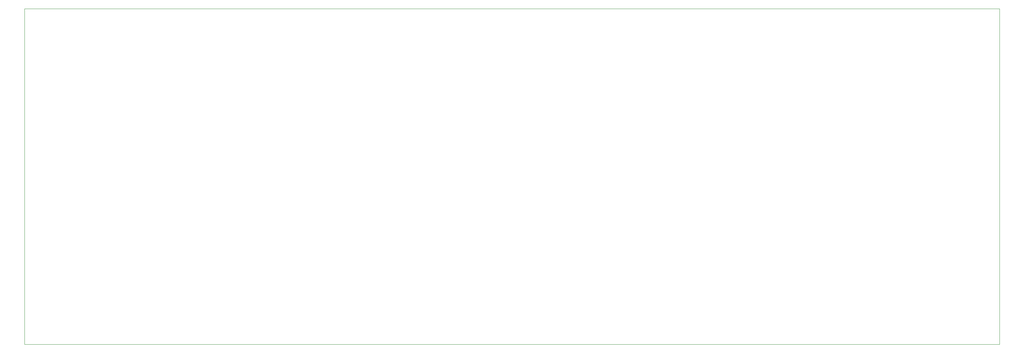
<source format=gbr>
%TF.GenerationSoftware,KiCad,Pcbnew,7.0.7*%
%TF.CreationDate,2023-10-19T16:40:54+01:00*%
%TF.ProjectId,CPC464-2MINI,43504334-3634-42d3-924d-494e492e6b69,rev?*%
%TF.SameCoordinates,Original*%
%TF.FileFunction,Profile,NP*%
%FSLAX46Y46*%
G04 Gerber Fmt 4.6, Leading zero omitted, Abs format (unit mm)*
G04 Created by KiCad (PCBNEW 7.0.7) date 2023-10-19 16:40:54*
%MOMM*%
%LPD*%
G01*
G04 APERTURE LIST*
%TA.AperFunction,Profile*%
%ADD10C,0.100000*%
%TD*%
G04 APERTURE END LIST*
D10*
X14427200Y-27279600D02*
X260477000Y-27279600D01*
X260477000Y-112260000D01*
X14427200Y-112260000D01*
X14427200Y-27279600D01*
M02*

</source>
